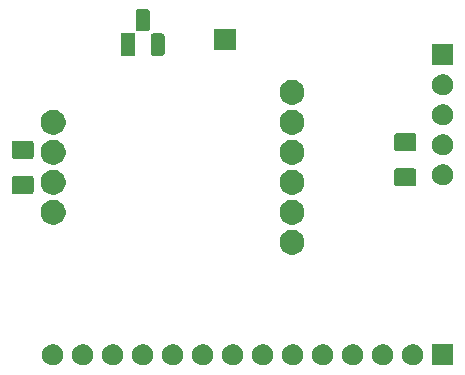
<source format=gbr>
G04 #@! TF.GenerationSoftware,KiCad,Pcbnew,5.1.5-52549c5~84~ubuntu18.04.1*
G04 #@! TF.CreationDate,2020-03-18T13:38:27+01:00*
G04 #@! TF.ProjectId,pcb_loadcell-dev-hx711,7063625f-6c6f-4616-9463-656c6c2d6465,rev?*
G04 #@! TF.SameCoordinates,Original*
G04 #@! TF.FileFunction,Soldermask,Bot*
G04 #@! TF.FilePolarity,Negative*
%FSLAX46Y46*%
G04 Gerber Fmt 4.6, Leading zero omitted, Abs format (unit mm)*
G04 Created by KiCad (PCBNEW 5.1.5-52549c5~84~ubuntu18.04.1) date 2020-03-18 13:38:27*
%MOMM*%
%LPD*%
G04 APERTURE LIST*
%ADD10C,0.100000*%
G04 APERTURE END LIST*
D10*
G36*
X76313512Y-105783927D02*
G01*
X76462812Y-105813624D01*
X76626784Y-105881544D01*
X76774354Y-105980147D01*
X76899853Y-106105646D01*
X76998456Y-106253216D01*
X77066376Y-106417188D01*
X77101000Y-106591259D01*
X77101000Y-106768741D01*
X77066376Y-106942812D01*
X76998456Y-107106784D01*
X76899853Y-107254354D01*
X76774354Y-107379853D01*
X76626784Y-107478456D01*
X76462812Y-107546376D01*
X76313512Y-107576073D01*
X76288742Y-107581000D01*
X76111258Y-107581000D01*
X76086488Y-107576073D01*
X75937188Y-107546376D01*
X75773216Y-107478456D01*
X75625646Y-107379853D01*
X75500147Y-107254354D01*
X75401544Y-107106784D01*
X75333624Y-106942812D01*
X75299000Y-106768741D01*
X75299000Y-106591259D01*
X75333624Y-106417188D01*
X75401544Y-106253216D01*
X75500147Y-106105646D01*
X75625646Y-105980147D01*
X75773216Y-105881544D01*
X75937188Y-105813624D01*
X76086488Y-105783927D01*
X76111258Y-105779000D01*
X76288742Y-105779000D01*
X76313512Y-105783927D01*
G37*
G36*
X89801000Y-107581000D02*
G01*
X87999000Y-107581000D01*
X87999000Y-105779000D01*
X89801000Y-105779000D01*
X89801000Y-107581000D01*
G37*
G36*
X86473512Y-105783927D02*
G01*
X86622812Y-105813624D01*
X86786784Y-105881544D01*
X86934354Y-105980147D01*
X87059853Y-106105646D01*
X87158456Y-106253216D01*
X87226376Y-106417188D01*
X87261000Y-106591259D01*
X87261000Y-106768741D01*
X87226376Y-106942812D01*
X87158456Y-107106784D01*
X87059853Y-107254354D01*
X86934354Y-107379853D01*
X86786784Y-107478456D01*
X86622812Y-107546376D01*
X86473512Y-107576073D01*
X86448742Y-107581000D01*
X86271258Y-107581000D01*
X86246488Y-107576073D01*
X86097188Y-107546376D01*
X85933216Y-107478456D01*
X85785646Y-107379853D01*
X85660147Y-107254354D01*
X85561544Y-107106784D01*
X85493624Y-106942812D01*
X85459000Y-106768741D01*
X85459000Y-106591259D01*
X85493624Y-106417188D01*
X85561544Y-106253216D01*
X85660147Y-106105646D01*
X85785646Y-105980147D01*
X85933216Y-105881544D01*
X86097188Y-105813624D01*
X86246488Y-105783927D01*
X86271258Y-105779000D01*
X86448742Y-105779000D01*
X86473512Y-105783927D01*
G37*
G36*
X83933512Y-105783927D02*
G01*
X84082812Y-105813624D01*
X84246784Y-105881544D01*
X84394354Y-105980147D01*
X84519853Y-106105646D01*
X84618456Y-106253216D01*
X84686376Y-106417188D01*
X84721000Y-106591259D01*
X84721000Y-106768741D01*
X84686376Y-106942812D01*
X84618456Y-107106784D01*
X84519853Y-107254354D01*
X84394354Y-107379853D01*
X84246784Y-107478456D01*
X84082812Y-107546376D01*
X83933512Y-107576073D01*
X83908742Y-107581000D01*
X83731258Y-107581000D01*
X83706488Y-107576073D01*
X83557188Y-107546376D01*
X83393216Y-107478456D01*
X83245646Y-107379853D01*
X83120147Y-107254354D01*
X83021544Y-107106784D01*
X82953624Y-106942812D01*
X82919000Y-106768741D01*
X82919000Y-106591259D01*
X82953624Y-106417188D01*
X83021544Y-106253216D01*
X83120147Y-106105646D01*
X83245646Y-105980147D01*
X83393216Y-105881544D01*
X83557188Y-105813624D01*
X83706488Y-105783927D01*
X83731258Y-105779000D01*
X83908742Y-105779000D01*
X83933512Y-105783927D01*
G37*
G36*
X81393512Y-105783927D02*
G01*
X81542812Y-105813624D01*
X81706784Y-105881544D01*
X81854354Y-105980147D01*
X81979853Y-106105646D01*
X82078456Y-106253216D01*
X82146376Y-106417188D01*
X82181000Y-106591259D01*
X82181000Y-106768741D01*
X82146376Y-106942812D01*
X82078456Y-107106784D01*
X81979853Y-107254354D01*
X81854354Y-107379853D01*
X81706784Y-107478456D01*
X81542812Y-107546376D01*
X81393512Y-107576073D01*
X81368742Y-107581000D01*
X81191258Y-107581000D01*
X81166488Y-107576073D01*
X81017188Y-107546376D01*
X80853216Y-107478456D01*
X80705646Y-107379853D01*
X80580147Y-107254354D01*
X80481544Y-107106784D01*
X80413624Y-106942812D01*
X80379000Y-106768741D01*
X80379000Y-106591259D01*
X80413624Y-106417188D01*
X80481544Y-106253216D01*
X80580147Y-106105646D01*
X80705646Y-105980147D01*
X80853216Y-105881544D01*
X81017188Y-105813624D01*
X81166488Y-105783927D01*
X81191258Y-105779000D01*
X81368742Y-105779000D01*
X81393512Y-105783927D01*
G37*
G36*
X78853512Y-105783927D02*
G01*
X79002812Y-105813624D01*
X79166784Y-105881544D01*
X79314354Y-105980147D01*
X79439853Y-106105646D01*
X79538456Y-106253216D01*
X79606376Y-106417188D01*
X79641000Y-106591259D01*
X79641000Y-106768741D01*
X79606376Y-106942812D01*
X79538456Y-107106784D01*
X79439853Y-107254354D01*
X79314354Y-107379853D01*
X79166784Y-107478456D01*
X79002812Y-107546376D01*
X78853512Y-107576073D01*
X78828742Y-107581000D01*
X78651258Y-107581000D01*
X78626488Y-107576073D01*
X78477188Y-107546376D01*
X78313216Y-107478456D01*
X78165646Y-107379853D01*
X78040147Y-107254354D01*
X77941544Y-107106784D01*
X77873624Y-106942812D01*
X77839000Y-106768741D01*
X77839000Y-106591259D01*
X77873624Y-106417188D01*
X77941544Y-106253216D01*
X78040147Y-106105646D01*
X78165646Y-105980147D01*
X78313216Y-105881544D01*
X78477188Y-105813624D01*
X78626488Y-105783927D01*
X78651258Y-105779000D01*
X78828742Y-105779000D01*
X78853512Y-105783927D01*
G37*
G36*
X73773512Y-105783927D02*
G01*
X73922812Y-105813624D01*
X74086784Y-105881544D01*
X74234354Y-105980147D01*
X74359853Y-106105646D01*
X74458456Y-106253216D01*
X74526376Y-106417188D01*
X74561000Y-106591259D01*
X74561000Y-106768741D01*
X74526376Y-106942812D01*
X74458456Y-107106784D01*
X74359853Y-107254354D01*
X74234354Y-107379853D01*
X74086784Y-107478456D01*
X73922812Y-107546376D01*
X73773512Y-107576073D01*
X73748742Y-107581000D01*
X73571258Y-107581000D01*
X73546488Y-107576073D01*
X73397188Y-107546376D01*
X73233216Y-107478456D01*
X73085646Y-107379853D01*
X72960147Y-107254354D01*
X72861544Y-107106784D01*
X72793624Y-106942812D01*
X72759000Y-106768741D01*
X72759000Y-106591259D01*
X72793624Y-106417188D01*
X72861544Y-106253216D01*
X72960147Y-106105646D01*
X73085646Y-105980147D01*
X73233216Y-105881544D01*
X73397188Y-105813624D01*
X73546488Y-105783927D01*
X73571258Y-105779000D01*
X73748742Y-105779000D01*
X73773512Y-105783927D01*
G37*
G36*
X71233512Y-105783927D02*
G01*
X71382812Y-105813624D01*
X71546784Y-105881544D01*
X71694354Y-105980147D01*
X71819853Y-106105646D01*
X71918456Y-106253216D01*
X71986376Y-106417188D01*
X72021000Y-106591259D01*
X72021000Y-106768741D01*
X71986376Y-106942812D01*
X71918456Y-107106784D01*
X71819853Y-107254354D01*
X71694354Y-107379853D01*
X71546784Y-107478456D01*
X71382812Y-107546376D01*
X71233512Y-107576073D01*
X71208742Y-107581000D01*
X71031258Y-107581000D01*
X71006488Y-107576073D01*
X70857188Y-107546376D01*
X70693216Y-107478456D01*
X70545646Y-107379853D01*
X70420147Y-107254354D01*
X70321544Y-107106784D01*
X70253624Y-106942812D01*
X70219000Y-106768741D01*
X70219000Y-106591259D01*
X70253624Y-106417188D01*
X70321544Y-106253216D01*
X70420147Y-106105646D01*
X70545646Y-105980147D01*
X70693216Y-105881544D01*
X70857188Y-105813624D01*
X71006488Y-105783927D01*
X71031258Y-105779000D01*
X71208742Y-105779000D01*
X71233512Y-105783927D01*
G37*
G36*
X68693512Y-105783927D02*
G01*
X68842812Y-105813624D01*
X69006784Y-105881544D01*
X69154354Y-105980147D01*
X69279853Y-106105646D01*
X69378456Y-106253216D01*
X69446376Y-106417188D01*
X69481000Y-106591259D01*
X69481000Y-106768741D01*
X69446376Y-106942812D01*
X69378456Y-107106784D01*
X69279853Y-107254354D01*
X69154354Y-107379853D01*
X69006784Y-107478456D01*
X68842812Y-107546376D01*
X68693512Y-107576073D01*
X68668742Y-107581000D01*
X68491258Y-107581000D01*
X68466488Y-107576073D01*
X68317188Y-107546376D01*
X68153216Y-107478456D01*
X68005646Y-107379853D01*
X67880147Y-107254354D01*
X67781544Y-107106784D01*
X67713624Y-106942812D01*
X67679000Y-106768741D01*
X67679000Y-106591259D01*
X67713624Y-106417188D01*
X67781544Y-106253216D01*
X67880147Y-106105646D01*
X68005646Y-105980147D01*
X68153216Y-105881544D01*
X68317188Y-105813624D01*
X68466488Y-105783927D01*
X68491258Y-105779000D01*
X68668742Y-105779000D01*
X68693512Y-105783927D01*
G37*
G36*
X66153512Y-105783927D02*
G01*
X66302812Y-105813624D01*
X66466784Y-105881544D01*
X66614354Y-105980147D01*
X66739853Y-106105646D01*
X66838456Y-106253216D01*
X66906376Y-106417188D01*
X66941000Y-106591259D01*
X66941000Y-106768741D01*
X66906376Y-106942812D01*
X66838456Y-107106784D01*
X66739853Y-107254354D01*
X66614354Y-107379853D01*
X66466784Y-107478456D01*
X66302812Y-107546376D01*
X66153512Y-107576073D01*
X66128742Y-107581000D01*
X65951258Y-107581000D01*
X65926488Y-107576073D01*
X65777188Y-107546376D01*
X65613216Y-107478456D01*
X65465646Y-107379853D01*
X65340147Y-107254354D01*
X65241544Y-107106784D01*
X65173624Y-106942812D01*
X65139000Y-106768741D01*
X65139000Y-106591259D01*
X65173624Y-106417188D01*
X65241544Y-106253216D01*
X65340147Y-106105646D01*
X65465646Y-105980147D01*
X65613216Y-105881544D01*
X65777188Y-105813624D01*
X65926488Y-105783927D01*
X65951258Y-105779000D01*
X66128742Y-105779000D01*
X66153512Y-105783927D01*
G37*
G36*
X63613512Y-105783927D02*
G01*
X63762812Y-105813624D01*
X63926784Y-105881544D01*
X64074354Y-105980147D01*
X64199853Y-106105646D01*
X64298456Y-106253216D01*
X64366376Y-106417188D01*
X64401000Y-106591259D01*
X64401000Y-106768741D01*
X64366376Y-106942812D01*
X64298456Y-107106784D01*
X64199853Y-107254354D01*
X64074354Y-107379853D01*
X63926784Y-107478456D01*
X63762812Y-107546376D01*
X63613512Y-107576073D01*
X63588742Y-107581000D01*
X63411258Y-107581000D01*
X63386488Y-107576073D01*
X63237188Y-107546376D01*
X63073216Y-107478456D01*
X62925646Y-107379853D01*
X62800147Y-107254354D01*
X62701544Y-107106784D01*
X62633624Y-106942812D01*
X62599000Y-106768741D01*
X62599000Y-106591259D01*
X62633624Y-106417188D01*
X62701544Y-106253216D01*
X62800147Y-106105646D01*
X62925646Y-105980147D01*
X63073216Y-105881544D01*
X63237188Y-105813624D01*
X63386488Y-105783927D01*
X63411258Y-105779000D01*
X63588742Y-105779000D01*
X63613512Y-105783927D01*
G37*
G36*
X61073512Y-105783927D02*
G01*
X61222812Y-105813624D01*
X61386784Y-105881544D01*
X61534354Y-105980147D01*
X61659853Y-106105646D01*
X61758456Y-106253216D01*
X61826376Y-106417188D01*
X61861000Y-106591259D01*
X61861000Y-106768741D01*
X61826376Y-106942812D01*
X61758456Y-107106784D01*
X61659853Y-107254354D01*
X61534354Y-107379853D01*
X61386784Y-107478456D01*
X61222812Y-107546376D01*
X61073512Y-107576073D01*
X61048742Y-107581000D01*
X60871258Y-107581000D01*
X60846488Y-107576073D01*
X60697188Y-107546376D01*
X60533216Y-107478456D01*
X60385646Y-107379853D01*
X60260147Y-107254354D01*
X60161544Y-107106784D01*
X60093624Y-106942812D01*
X60059000Y-106768741D01*
X60059000Y-106591259D01*
X60093624Y-106417188D01*
X60161544Y-106253216D01*
X60260147Y-106105646D01*
X60385646Y-105980147D01*
X60533216Y-105881544D01*
X60697188Y-105813624D01*
X60846488Y-105783927D01*
X60871258Y-105779000D01*
X61048742Y-105779000D01*
X61073512Y-105783927D01*
G37*
G36*
X58533512Y-105783927D02*
G01*
X58682812Y-105813624D01*
X58846784Y-105881544D01*
X58994354Y-105980147D01*
X59119853Y-106105646D01*
X59218456Y-106253216D01*
X59286376Y-106417188D01*
X59321000Y-106591259D01*
X59321000Y-106768741D01*
X59286376Y-106942812D01*
X59218456Y-107106784D01*
X59119853Y-107254354D01*
X58994354Y-107379853D01*
X58846784Y-107478456D01*
X58682812Y-107546376D01*
X58533512Y-107576073D01*
X58508742Y-107581000D01*
X58331258Y-107581000D01*
X58306488Y-107576073D01*
X58157188Y-107546376D01*
X57993216Y-107478456D01*
X57845646Y-107379853D01*
X57720147Y-107254354D01*
X57621544Y-107106784D01*
X57553624Y-106942812D01*
X57519000Y-106768741D01*
X57519000Y-106591259D01*
X57553624Y-106417188D01*
X57621544Y-106253216D01*
X57720147Y-106105646D01*
X57845646Y-105980147D01*
X57993216Y-105881544D01*
X58157188Y-105813624D01*
X58306488Y-105783927D01*
X58331258Y-105779000D01*
X58508742Y-105779000D01*
X58533512Y-105783927D01*
G37*
G36*
X55993512Y-105783927D02*
G01*
X56142812Y-105813624D01*
X56306784Y-105881544D01*
X56454354Y-105980147D01*
X56579853Y-106105646D01*
X56678456Y-106253216D01*
X56746376Y-106417188D01*
X56781000Y-106591259D01*
X56781000Y-106768741D01*
X56746376Y-106942812D01*
X56678456Y-107106784D01*
X56579853Y-107254354D01*
X56454354Y-107379853D01*
X56306784Y-107478456D01*
X56142812Y-107546376D01*
X55993512Y-107576073D01*
X55968742Y-107581000D01*
X55791258Y-107581000D01*
X55766488Y-107576073D01*
X55617188Y-107546376D01*
X55453216Y-107478456D01*
X55305646Y-107379853D01*
X55180147Y-107254354D01*
X55081544Y-107106784D01*
X55013624Y-106942812D01*
X54979000Y-106768741D01*
X54979000Y-106591259D01*
X55013624Y-106417188D01*
X55081544Y-106253216D01*
X55180147Y-106105646D01*
X55305646Y-105980147D01*
X55453216Y-105881544D01*
X55617188Y-105813624D01*
X55766488Y-105783927D01*
X55791258Y-105779000D01*
X55968742Y-105779000D01*
X55993512Y-105783927D01*
G37*
G36*
X76461564Y-96144389D02*
G01*
X76652833Y-96223615D01*
X76652835Y-96223616D01*
X76824973Y-96338635D01*
X76971365Y-96485027D01*
X77086385Y-96657167D01*
X77165611Y-96848436D01*
X77206000Y-97051484D01*
X77206000Y-97258516D01*
X77165611Y-97461564D01*
X77086385Y-97652833D01*
X77086384Y-97652835D01*
X76971365Y-97824973D01*
X76824973Y-97971365D01*
X76652835Y-98086384D01*
X76652834Y-98086385D01*
X76652833Y-98086385D01*
X76461564Y-98165611D01*
X76258516Y-98206000D01*
X76051484Y-98206000D01*
X75848436Y-98165611D01*
X75657167Y-98086385D01*
X75657166Y-98086385D01*
X75657165Y-98086384D01*
X75485027Y-97971365D01*
X75338635Y-97824973D01*
X75223616Y-97652835D01*
X75223615Y-97652833D01*
X75144389Y-97461564D01*
X75104000Y-97258516D01*
X75104000Y-97051484D01*
X75144389Y-96848436D01*
X75223615Y-96657167D01*
X75338635Y-96485027D01*
X75485027Y-96338635D01*
X75657165Y-96223616D01*
X75657167Y-96223615D01*
X75848436Y-96144389D01*
X76051484Y-96104000D01*
X76258516Y-96104000D01*
X76461564Y-96144389D01*
G37*
G36*
X56231564Y-93604389D02*
G01*
X56422833Y-93683615D01*
X56422835Y-93683616D01*
X56594973Y-93798635D01*
X56741365Y-93945027D01*
X56856385Y-94117167D01*
X56935611Y-94308436D01*
X56976000Y-94511484D01*
X56976000Y-94718516D01*
X56935611Y-94921564D01*
X56856385Y-95112833D01*
X56856384Y-95112835D01*
X56741365Y-95284973D01*
X56594973Y-95431365D01*
X56422835Y-95546384D01*
X56422834Y-95546385D01*
X56422833Y-95546385D01*
X56231564Y-95625611D01*
X56028516Y-95666000D01*
X55821484Y-95666000D01*
X55618436Y-95625611D01*
X55427167Y-95546385D01*
X55427166Y-95546385D01*
X55427165Y-95546384D01*
X55255027Y-95431365D01*
X55108635Y-95284973D01*
X54993616Y-95112835D01*
X54993615Y-95112833D01*
X54914389Y-94921564D01*
X54874000Y-94718516D01*
X54874000Y-94511484D01*
X54914389Y-94308436D01*
X54993615Y-94117167D01*
X55108635Y-93945027D01*
X55255027Y-93798635D01*
X55427165Y-93683616D01*
X55427167Y-93683615D01*
X55618436Y-93604389D01*
X55821484Y-93564000D01*
X56028516Y-93564000D01*
X56231564Y-93604389D01*
G37*
G36*
X76461564Y-93604389D02*
G01*
X76652833Y-93683615D01*
X76652835Y-93683616D01*
X76824973Y-93798635D01*
X76971365Y-93945027D01*
X77086385Y-94117167D01*
X77165611Y-94308436D01*
X77206000Y-94511484D01*
X77206000Y-94718516D01*
X77165611Y-94921564D01*
X77086385Y-95112833D01*
X77086384Y-95112835D01*
X76971365Y-95284973D01*
X76824973Y-95431365D01*
X76652835Y-95546384D01*
X76652834Y-95546385D01*
X76652833Y-95546385D01*
X76461564Y-95625611D01*
X76258516Y-95666000D01*
X76051484Y-95666000D01*
X75848436Y-95625611D01*
X75657167Y-95546385D01*
X75657166Y-95546385D01*
X75657165Y-95546384D01*
X75485027Y-95431365D01*
X75338635Y-95284973D01*
X75223616Y-95112835D01*
X75223615Y-95112833D01*
X75144389Y-94921564D01*
X75104000Y-94718516D01*
X75104000Y-94511484D01*
X75144389Y-94308436D01*
X75223615Y-94117167D01*
X75338635Y-93945027D01*
X75485027Y-93798635D01*
X75657165Y-93683616D01*
X75657167Y-93683615D01*
X75848436Y-93604389D01*
X76051484Y-93564000D01*
X76258516Y-93564000D01*
X76461564Y-93604389D01*
G37*
G36*
X76461564Y-91064389D02*
G01*
X76652833Y-91143615D01*
X76652835Y-91143616D01*
X76824973Y-91258635D01*
X76971365Y-91405027D01*
X77067827Y-91549392D01*
X77086385Y-91577167D01*
X77165611Y-91768436D01*
X77206000Y-91971484D01*
X77206000Y-92178516D01*
X77165611Y-92381564D01*
X77149276Y-92421000D01*
X77086384Y-92572835D01*
X76971365Y-92744973D01*
X76824973Y-92891365D01*
X76652835Y-93006384D01*
X76652834Y-93006385D01*
X76652833Y-93006385D01*
X76461564Y-93085611D01*
X76258516Y-93126000D01*
X76051484Y-93126000D01*
X75848436Y-93085611D01*
X75657167Y-93006385D01*
X75657166Y-93006385D01*
X75657165Y-93006384D01*
X75485027Y-92891365D01*
X75338635Y-92744973D01*
X75223616Y-92572835D01*
X75160724Y-92421000D01*
X75144389Y-92381564D01*
X75104000Y-92178516D01*
X75104000Y-91971484D01*
X75144389Y-91768436D01*
X75223615Y-91577167D01*
X75242174Y-91549392D01*
X75338635Y-91405027D01*
X75485027Y-91258635D01*
X75657165Y-91143616D01*
X75657167Y-91143615D01*
X75848436Y-91064389D01*
X76051484Y-91024000D01*
X76258516Y-91024000D01*
X76461564Y-91064389D01*
G37*
G36*
X56231564Y-91064389D02*
G01*
X56422833Y-91143615D01*
X56422835Y-91143616D01*
X56594973Y-91258635D01*
X56741365Y-91405027D01*
X56837827Y-91549392D01*
X56856385Y-91577167D01*
X56935611Y-91768436D01*
X56976000Y-91971484D01*
X56976000Y-92178516D01*
X56935611Y-92381564D01*
X56919276Y-92421000D01*
X56856384Y-92572835D01*
X56741365Y-92744973D01*
X56594973Y-92891365D01*
X56422835Y-93006384D01*
X56422834Y-93006385D01*
X56422833Y-93006385D01*
X56231564Y-93085611D01*
X56028516Y-93126000D01*
X55821484Y-93126000D01*
X55618436Y-93085611D01*
X55427167Y-93006385D01*
X55427166Y-93006385D01*
X55427165Y-93006384D01*
X55255027Y-92891365D01*
X55108635Y-92744973D01*
X54993616Y-92572835D01*
X54930724Y-92421000D01*
X54914389Y-92381564D01*
X54874000Y-92178516D01*
X54874000Y-91971484D01*
X54914389Y-91768436D01*
X54993615Y-91577167D01*
X55012174Y-91549392D01*
X55108635Y-91405027D01*
X55255027Y-91258635D01*
X55427165Y-91143616D01*
X55427167Y-91143615D01*
X55618436Y-91064389D01*
X55821484Y-91024000D01*
X56028516Y-91024000D01*
X56231564Y-91064389D01*
G37*
G36*
X54115562Y-91533181D02*
G01*
X54150481Y-91543774D01*
X54182663Y-91560976D01*
X54210873Y-91584127D01*
X54234024Y-91612337D01*
X54251226Y-91644519D01*
X54261819Y-91679438D01*
X54266000Y-91721895D01*
X54266000Y-92863105D01*
X54261819Y-92905562D01*
X54251226Y-92940481D01*
X54234024Y-92972663D01*
X54210873Y-93000873D01*
X54182663Y-93024024D01*
X54150481Y-93041226D01*
X54115562Y-93051819D01*
X54073105Y-93056000D01*
X52606895Y-93056000D01*
X52564438Y-93051819D01*
X52529519Y-93041226D01*
X52497337Y-93024024D01*
X52469127Y-93000873D01*
X52445976Y-92972663D01*
X52428774Y-92940481D01*
X52418181Y-92905562D01*
X52414000Y-92863105D01*
X52414000Y-91721895D01*
X52418181Y-91679438D01*
X52428774Y-91644519D01*
X52445976Y-91612337D01*
X52469127Y-91584127D01*
X52497337Y-91560976D01*
X52529519Y-91543774D01*
X52564438Y-91533181D01*
X52606895Y-91529000D01*
X54073105Y-91529000D01*
X54115562Y-91533181D01*
G37*
G36*
X86500562Y-90898181D02*
G01*
X86535481Y-90908774D01*
X86567663Y-90925976D01*
X86595873Y-90949127D01*
X86619024Y-90977337D01*
X86636226Y-91009519D01*
X86646819Y-91044438D01*
X86651000Y-91086895D01*
X86651000Y-92228105D01*
X86646819Y-92270562D01*
X86636226Y-92305481D01*
X86619024Y-92337663D01*
X86595873Y-92365873D01*
X86567663Y-92389024D01*
X86535481Y-92406226D01*
X86500562Y-92416819D01*
X86458105Y-92421000D01*
X84991895Y-92421000D01*
X84949438Y-92416819D01*
X84914519Y-92406226D01*
X84882337Y-92389024D01*
X84854127Y-92365873D01*
X84830976Y-92337663D01*
X84813774Y-92305481D01*
X84803181Y-92270562D01*
X84799000Y-92228105D01*
X84799000Y-91086895D01*
X84803181Y-91044438D01*
X84813774Y-91009519D01*
X84830976Y-90977337D01*
X84854127Y-90949127D01*
X84882337Y-90925976D01*
X84914519Y-90908774D01*
X84949438Y-90898181D01*
X84991895Y-90894000D01*
X86458105Y-90894000D01*
X86500562Y-90898181D01*
G37*
G36*
X89013512Y-90543927D02*
G01*
X89162812Y-90573624D01*
X89326784Y-90641544D01*
X89474354Y-90740147D01*
X89599853Y-90865646D01*
X89698456Y-91013216D01*
X89766376Y-91177188D01*
X89782576Y-91258635D01*
X89801000Y-91351258D01*
X89801000Y-91528742D01*
X89800117Y-91533181D01*
X89766376Y-91702812D01*
X89698456Y-91866784D01*
X89599853Y-92014354D01*
X89474354Y-92139853D01*
X89326784Y-92238456D01*
X89162812Y-92306376D01*
X89013512Y-92336073D01*
X88988742Y-92341000D01*
X88811258Y-92341000D01*
X88786488Y-92336073D01*
X88637188Y-92306376D01*
X88473216Y-92238456D01*
X88325646Y-92139853D01*
X88200147Y-92014354D01*
X88101544Y-91866784D01*
X88033624Y-91702812D01*
X87999883Y-91533181D01*
X87999000Y-91528742D01*
X87999000Y-91351258D01*
X88017424Y-91258635D01*
X88033624Y-91177188D01*
X88101544Y-91013216D01*
X88200147Y-90865646D01*
X88325646Y-90740147D01*
X88473216Y-90641544D01*
X88637188Y-90573624D01*
X88786488Y-90543927D01*
X88811258Y-90539000D01*
X88988742Y-90539000D01*
X89013512Y-90543927D01*
G37*
G36*
X76461564Y-88524389D02*
G01*
X76652833Y-88603615D01*
X76652835Y-88603616D01*
X76703302Y-88637337D01*
X76824973Y-88718635D01*
X76971365Y-88865027D01*
X77086385Y-89037167D01*
X77165611Y-89228436D01*
X77206000Y-89431484D01*
X77206000Y-89638516D01*
X77165611Y-89841564D01*
X77146333Y-89888105D01*
X77086384Y-90032835D01*
X76971365Y-90204973D01*
X76824973Y-90351365D01*
X76652835Y-90466384D01*
X76652834Y-90466385D01*
X76652833Y-90466385D01*
X76461564Y-90545611D01*
X76258516Y-90586000D01*
X76051484Y-90586000D01*
X75848436Y-90545611D01*
X75657167Y-90466385D01*
X75657166Y-90466385D01*
X75657165Y-90466384D01*
X75485027Y-90351365D01*
X75338635Y-90204973D01*
X75223616Y-90032835D01*
X75163667Y-89888105D01*
X75144389Y-89841564D01*
X75104000Y-89638516D01*
X75104000Y-89431484D01*
X75144389Y-89228436D01*
X75223615Y-89037167D01*
X75338635Y-88865027D01*
X75485027Y-88718635D01*
X75606698Y-88637337D01*
X75657165Y-88603616D01*
X75657167Y-88603615D01*
X75848436Y-88524389D01*
X76051484Y-88484000D01*
X76258516Y-88484000D01*
X76461564Y-88524389D01*
G37*
G36*
X56231564Y-88524389D02*
G01*
X56422833Y-88603615D01*
X56422835Y-88603616D01*
X56473302Y-88637337D01*
X56594973Y-88718635D01*
X56741365Y-88865027D01*
X56856385Y-89037167D01*
X56935611Y-89228436D01*
X56976000Y-89431484D01*
X56976000Y-89638516D01*
X56935611Y-89841564D01*
X56916333Y-89888105D01*
X56856384Y-90032835D01*
X56741365Y-90204973D01*
X56594973Y-90351365D01*
X56422835Y-90466384D01*
X56422834Y-90466385D01*
X56422833Y-90466385D01*
X56231564Y-90545611D01*
X56028516Y-90586000D01*
X55821484Y-90586000D01*
X55618436Y-90545611D01*
X55427167Y-90466385D01*
X55427166Y-90466385D01*
X55427165Y-90466384D01*
X55255027Y-90351365D01*
X55108635Y-90204973D01*
X54993616Y-90032835D01*
X54933667Y-89888105D01*
X54914389Y-89841564D01*
X54874000Y-89638516D01*
X54874000Y-89431484D01*
X54914389Y-89228436D01*
X54993615Y-89037167D01*
X55108635Y-88865027D01*
X55255027Y-88718635D01*
X55376698Y-88637337D01*
X55427165Y-88603616D01*
X55427167Y-88603615D01*
X55618436Y-88524389D01*
X55821484Y-88484000D01*
X56028516Y-88484000D01*
X56231564Y-88524389D01*
G37*
G36*
X54115562Y-88558181D02*
G01*
X54150481Y-88568774D01*
X54182663Y-88585976D01*
X54210873Y-88609127D01*
X54234024Y-88637337D01*
X54251226Y-88669519D01*
X54261819Y-88704438D01*
X54266000Y-88746895D01*
X54266000Y-89888105D01*
X54261819Y-89930562D01*
X54251226Y-89965481D01*
X54234024Y-89997663D01*
X54210873Y-90025873D01*
X54182663Y-90049024D01*
X54150481Y-90066226D01*
X54115562Y-90076819D01*
X54073105Y-90081000D01*
X52606895Y-90081000D01*
X52564438Y-90076819D01*
X52529519Y-90066226D01*
X52497337Y-90049024D01*
X52469127Y-90025873D01*
X52445976Y-89997663D01*
X52428774Y-89965481D01*
X52418181Y-89930562D01*
X52414000Y-89888105D01*
X52414000Y-88746895D01*
X52418181Y-88704438D01*
X52428774Y-88669519D01*
X52445976Y-88637337D01*
X52469127Y-88609127D01*
X52497337Y-88585976D01*
X52529519Y-88568774D01*
X52564438Y-88558181D01*
X52606895Y-88554000D01*
X54073105Y-88554000D01*
X54115562Y-88558181D01*
G37*
G36*
X89005518Y-88002337D02*
G01*
X89162812Y-88033624D01*
X89326784Y-88101544D01*
X89474354Y-88200147D01*
X89599853Y-88325646D01*
X89698456Y-88473216D01*
X89766376Y-88637188D01*
X89801000Y-88811259D01*
X89801000Y-88988741D01*
X89766376Y-89162812D01*
X89698456Y-89326784D01*
X89599853Y-89474354D01*
X89474354Y-89599853D01*
X89326784Y-89698456D01*
X89162812Y-89766376D01*
X89013512Y-89796073D01*
X88988742Y-89801000D01*
X88811258Y-89801000D01*
X88786488Y-89796073D01*
X88637188Y-89766376D01*
X88473216Y-89698456D01*
X88325646Y-89599853D01*
X88200147Y-89474354D01*
X88101544Y-89326784D01*
X88033624Y-89162812D01*
X87999000Y-88988741D01*
X87999000Y-88811259D01*
X88033624Y-88637188D01*
X88101544Y-88473216D01*
X88200147Y-88325646D01*
X88325646Y-88200147D01*
X88473216Y-88101544D01*
X88637188Y-88033624D01*
X88794482Y-88002337D01*
X88811258Y-87999000D01*
X88988742Y-87999000D01*
X89005518Y-88002337D01*
G37*
G36*
X86500562Y-87923181D02*
G01*
X86535481Y-87933774D01*
X86567663Y-87950976D01*
X86595873Y-87974127D01*
X86619024Y-88002337D01*
X86636226Y-88034519D01*
X86646819Y-88069438D01*
X86651000Y-88111895D01*
X86651000Y-89253105D01*
X86646819Y-89295562D01*
X86636226Y-89330481D01*
X86619024Y-89362663D01*
X86595873Y-89390873D01*
X86567663Y-89414024D01*
X86535481Y-89431226D01*
X86500562Y-89441819D01*
X86458105Y-89446000D01*
X84991895Y-89446000D01*
X84949438Y-89441819D01*
X84914519Y-89431226D01*
X84882337Y-89414024D01*
X84854127Y-89390873D01*
X84830976Y-89362663D01*
X84813774Y-89330481D01*
X84803181Y-89295562D01*
X84799000Y-89253105D01*
X84799000Y-88111895D01*
X84803181Y-88069438D01*
X84813774Y-88034519D01*
X84830976Y-88002337D01*
X84854127Y-87974127D01*
X84882337Y-87950976D01*
X84914519Y-87933774D01*
X84949438Y-87923181D01*
X84991895Y-87919000D01*
X86458105Y-87919000D01*
X86500562Y-87923181D01*
G37*
G36*
X76461564Y-85984389D02*
G01*
X76652833Y-86063615D01*
X76652835Y-86063616D01*
X76824973Y-86178635D01*
X76971365Y-86325027D01*
X77086385Y-86497167D01*
X77165611Y-86688436D01*
X77206000Y-86891484D01*
X77206000Y-87098516D01*
X77165611Y-87301564D01*
X77086385Y-87492833D01*
X77086384Y-87492835D01*
X76971365Y-87664973D01*
X76824973Y-87811365D01*
X76652835Y-87926384D01*
X76652834Y-87926385D01*
X76652833Y-87926385D01*
X76461564Y-88005611D01*
X76258516Y-88046000D01*
X76051484Y-88046000D01*
X75848436Y-88005611D01*
X75657167Y-87926385D01*
X75657166Y-87926385D01*
X75657165Y-87926384D01*
X75485027Y-87811365D01*
X75338635Y-87664973D01*
X75223616Y-87492835D01*
X75223615Y-87492833D01*
X75144389Y-87301564D01*
X75104000Y-87098516D01*
X75104000Y-86891484D01*
X75144389Y-86688436D01*
X75223615Y-86497167D01*
X75338635Y-86325027D01*
X75485027Y-86178635D01*
X75657165Y-86063616D01*
X75657167Y-86063615D01*
X75848436Y-85984389D01*
X76051484Y-85944000D01*
X76258516Y-85944000D01*
X76461564Y-85984389D01*
G37*
G36*
X56231564Y-85984389D02*
G01*
X56422833Y-86063615D01*
X56422835Y-86063616D01*
X56594973Y-86178635D01*
X56741365Y-86325027D01*
X56856385Y-86497167D01*
X56935611Y-86688436D01*
X56976000Y-86891484D01*
X56976000Y-87098516D01*
X56935611Y-87301564D01*
X56856385Y-87492833D01*
X56856384Y-87492835D01*
X56741365Y-87664973D01*
X56594973Y-87811365D01*
X56422835Y-87926384D01*
X56422834Y-87926385D01*
X56422833Y-87926385D01*
X56231564Y-88005611D01*
X56028516Y-88046000D01*
X55821484Y-88046000D01*
X55618436Y-88005611D01*
X55427167Y-87926385D01*
X55427166Y-87926385D01*
X55427165Y-87926384D01*
X55255027Y-87811365D01*
X55108635Y-87664973D01*
X54993616Y-87492835D01*
X54993615Y-87492833D01*
X54914389Y-87301564D01*
X54874000Y-87098516D01*
X54874000Y-86891484D01*
X54914389Y-86688436D01*
X54993615Y-86497167D01*
X55108635Y-86325027D01*
X55255027Y-86178635D01*
X55427165Y-86063616D01*
X55427167Y-86063615D01*
X55618436Y-85984389D01*
X55821484Y-85944000D01*
X56028516Y-85944000D01*
X56231564Y-85984389D01*
G37*
G36*
X89013512Y-85463927D02*
G01*
X89162812Y-85493624D01*
X89326784Y-85561544D01*
X89474354Y-85660147D01*
X89599853Y-85785646D01*
X89698456Y-85933216D01*
X89766376Y-86097188D01*
X89801000Y-86271259D01*
X89801000Y-86448741D01*
X89766376Y-86622812D01*
X89698456Y-86786784D01*
X89599853Y-86934354D01*
X89474354Y-87059853D01*
X89326784Y-87158456D01*
X89162812Y-87226376D01*
X89013512Y-87256073D01*
X88988742Y-87261000D01*
X88811258Y-87261000D01*
X88786488Y-87256073D01*
X88637188Y-87226376D01*
X88473216Y-87158456D01*
X88325646Y-87059853D01*
X88200147Y-86934354D01*
X88101544Y-86786784D01*
X88033624Y-86622812D01*
X87999000Y-86448741D01*
X87999000Y-86271259D01*
X88033624Y-86097188D01*
X88101544Y-85933216D01*
X88200147Y-85785646D01*
X88325646Y-85660147D01*
X88473216Y-85561544D01*
X88637188Y-85493624D01*
X88786488Y-85463927D01*
X88811258Y-85459000D01*
X88988742Y-85459000D01*
X89013512Y-85463927D01*
G37*
G36*
X76461564Y-83444389D02*
G01*
X76652833Y-83523615D01*
X76652835Y-83523616D01*
X76824973Y-83638635D01*
X76971365Y-83785027D01*
X77086385Y-83957167D01*
X77165611Y-84148436D01*
X77206000Y-84351484D01*
X77206000Y-84558516D01*
X77165611Y-84761564D01*
X77086385Y-84952833D01*
X77086384Y-84952835D01*
X76971365Y-85124973D01*
X76824973Y-85271365D01*
X76652835Y-85386384D01*
X76652834Y-85386385D01*
X76652833Y-85386385D01*
X76461564Y-85465611D01*
X76258516Y-85506000D01*
X76051484Y-85506000D01*
X75848436Y-85465611D01*
X75657167Y-85386385D01*
X75657166Y-85386385D01*
X75657165Y-85386384D01*
X75485027Y-85271365D01*
X75338635Y-85124973D01*
X75223616Y-84952835D01*
X75223615Y-84952833D01*
X75144389Y-84761564D01*
X75104000Y-84558516D01*
X75104000Y-84351484D01*
X75144389Y-84148436D01*
X75223615Y-83957167D01*
X75338635Y-83785027D01*
X75485027Y-83638635D01*
X75657165Y-83523616D01*
X75657167Y-83523615D01*
X75848436Y-83444389D01*
X76051484Y-83404000D01*
X76258516Y-83404000D01*
X76461564Y-83444389D01*
G37*
G36*
X89013512Y-82923927D02*
G01*
X89162812Y-82953624D01*
X89326784Y-83021544D01*
X89474354Y-83120147D01*
X89599853Y-83245646D01*
X89698456Y-83393216D01*
X89766376Y-83557188D01*
X89801000Y-83731259D01*
X89801000Y-83908741D01*
X89766376Y-84082812D01*
X89698456Y-84246784D01*
X89599853Y-84394354D01*
X89474354Y-84519853D01*
X89326784Y-84618456D01*
X89162812Y-84686376D01*
X89013512Y-84716073D01*
X88988742Y-84721000D01*
X88811258Y-84721000D01*
X88786488Y-84716073D01*
X88637188Y-84686376D01*
X88473216Y-84618456D01*
X88325646Y-84519853D01*
X88200147Y-84394354D01*
X88101544Y-84246784D01*
X88033624Y-84082812D01*
X87999000Y-83908741D01*
X87999000Y-83731259D01*
X88033624Y-83557188D01*
X88101544Y-83393216D01*
X88200147Y-83245646D01*
X88325646Y-83120147D01*
X88473216Y-83021544D01*
X88637188Y-82953624D01*
X88786488Y-82923927D01*
X88811258Y-82919000D01*
X88988742Y-82919000D01*
X89013512Y-82923927D01*
G37*
G36*
X89801000Y-82181000D02*
G01*
X87999000Y-82181000D01*
X87999000Y-80379000D01*
X89801000Y-80379000D01*
X89801000Y-82181000D01*
G37*
G36*
X62831000Y-81361000D02*
G01*
X61629000Y-81361000D01*
X61629000Y-79459000D01*
X62831000Y-79459000D01*
X62831000Y-81361000D01*
G37*
G36*
X65179315Y-79464166D02*
G01*
X65223843Y-79477674D01*
X65264892Y-79499615D01*
X65300864Y-79529136D01*
X65330385Y-79565108D01*
X65352326Y-79606157D01*
X65365834Y-79650685D01*
X65371000Y-79703140D01*
X65371000Y-81116860D01*
X65365834Y-81169315D01*
X65352326Y-81213843D01*
X65330385Y-81254892D01*
X65300864Y-81290864D01*
X65264892Y-81320385D01*
X65223843Y-81342326D01*
X65179315Y-81355834D01*
X65126860Y-81361000D01*
X64413140Y-81361000D01*
X64360685Y-81355834D01*
X64316157Y-81342326D01*
X64275108Y-81320385D01*
X64239136Y-81290864D01*
X64209615Y-81254892D01*
X64187674Y-81213843D01*
X64174166Y-81169315D01*
X64169000Y-81116860D01*
X64169000Y-79703140D01*
X64174166Y-79650685D01*
X64187674Y-79606157D01*
X64209615Y-79565108D01*
X64239136Y-79529136D01*
X64275108Y-79499615D01*
X64316157Y-79477674D01*
X64360685Y-79464166D01*
X64413140Y-79459000D01*
X65126860Y-79459000D01*
X65179315Y-79464166D01*
G37*
G36*
X71386000Y-80911000D02*
G01*
X69584000Y-80911000D01*
X69584000Y-79109000D01*
X71386000Y-79109000D01*
X71386000Y-80911000D01*
G37*
G36*
X63909315Y-77394166D02*
G01*
X63953843Y-77407674D01*
X63994892Y-77429615D01*
X64030864Y-77459136D01*
X64060385Y-77495108D01*
X64082326Y-77536157D01*
X64095834Y-77580685D01*
X64101000Y-77633140D01*
X64101000Y-79046860D01*
X64095834Y-79099315D01*
X64082326Y-79143843D01*
X64060385Y-79184892D01*
X64030864Y-79220864D01*
X63994892Y-79250385D01*
X63953843Y-79272326D01*
X63909315Y-79285834D01*
X63856860Y-79291000D01*
X63143140Y-79291000D01*
X63090685Y-79285834D01*
X63046153Y-79272325D01*
X63014923Y-79255632D01*
X63000320Y-79249583D01*
X62989256Y-79237376D01*
X62969136Y-79220864D01*
X62939615Y-79184892D01*
X62917674Y-79143843D01*
X62904166Y-79099315D01*
X62899000Y-79046860D01*
X62899000Y-77633140D01*
X62904166Y-77580685D01*
X62917674Y-77536157D01*
X62939615Y-77495108D01*
X62969136Y-77459136D01*
X63005108Y-77429615D01*
X63046157Y-77407674D01*
X63090685Y-77394166D01*
X63143140Y-77389000D01*
X63856860Y-77389000D01*
X63909315Y-77394166D01*
G37*
M02*

</source>
